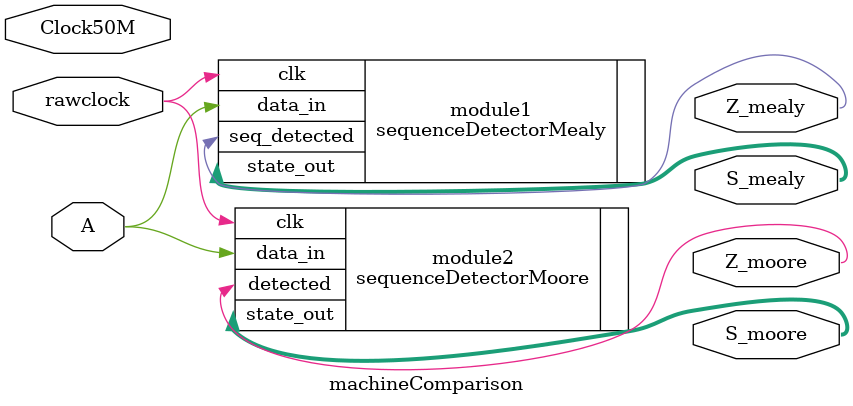
<source format=sv>

module machineComparison ( 
    input logic rawclock, //raw clock from the switch //B8
    input logic Clock50M, //50 MHz internal clock //PIN_P11
    input logic A,  //C10

    output logic Z_moore, //B11
    output logic [2:0] S_moore, //C13, E14, D14
    output logic Z_mealy, //A8
    output logic [1:0] S_mealy //D12 C12
);

sequenceDetectorMealy module1 (
    .clk(rawclock),
    //.reset(reset),
    .data_in(A),
    .seq_detected(Z_mealy),
    .state_out(S_mealy)
);

sequenceDetectorMoore module2 (
    .clk(rawclock),
    //.reset(reset),
    .data_in(A),
    .detected(Z_moore),
    .state_out(S_moore)
);

endmodule
</source>
